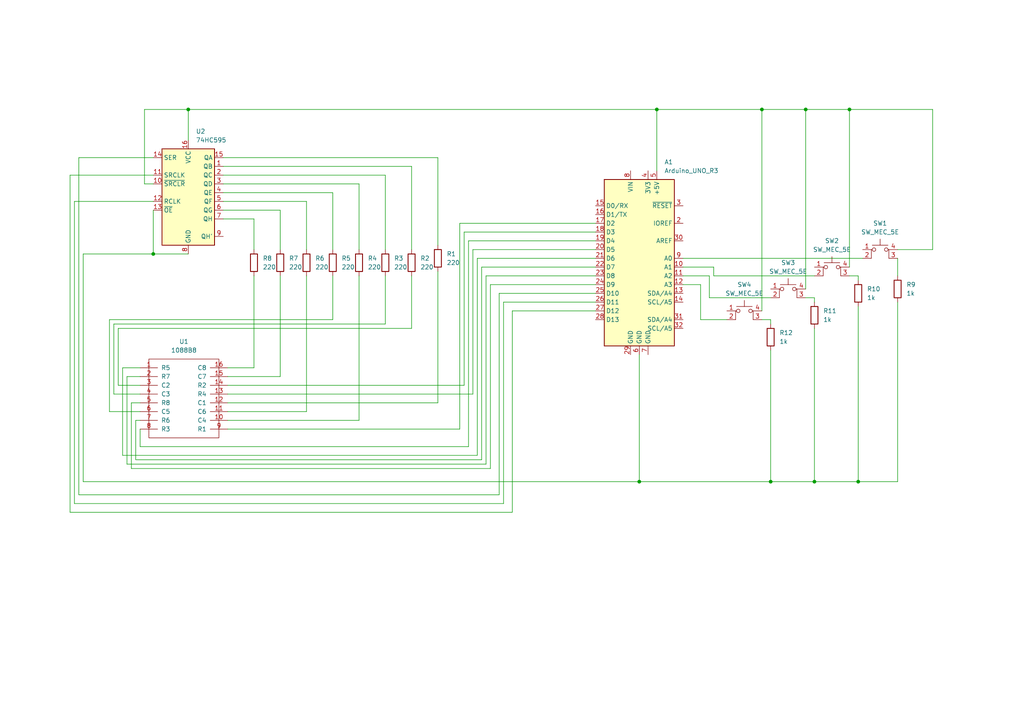
<source format=kicad_sch>
(kicad_sch (version 20230121) (generator eeschema)
  (paper "A4")
  (lib_symbols
    (symbol "74xx:74HC595"
      (property "Reference" "U" (at -7.62 13.97 0))
      (property "Value" "74HC595" (at -7.62 -16.51 0))
      (symbol "74HC595_1_0"
        (pin tri_state line (at 10.16 7.62 180) (length 2.54) (name "QB") (number "1"))
        (pin input line (at -10.16 2.54 0) (length 2.54) (name "~{SRCLR}") (number "10"))
        (pin input line (at -10.16 5.08 0) (length 2.54) (name "SRCLK") (number "11"))
        (pin input line (at -10.16 -2.54 0) (length 2.54) (name "RCLK") (number "12"))
        (pin input line (at -10.16 -5.08 0) (length 2.54) (name "~{OE}") (number "13"))
        (pin input line (at -10.16 10.16 0) (length 2.54) (name "SER") (number "14"))
        (pin tri_state line (at 10.16 10.16 180) (length 2.54) (name "QA") (number "15"))
        (pin power_in line (at 0 15.24 270) (length 2.54) (name "VCC") (number "16"))
        (pin tri_state line (at 10.16 5.08 180) (length 2.54) (name "QC") (number "2"))
        (pin tri_state line (at 10.16 2.54 180) (length 2.54) (name "QD") (number "3"))
        (pin tri_state line (at 10.16 0 180) (length 2.54) (name "QE") (number "4"))
        (pin tri_state line (at 10.16 -2.54 180) (length 2.54) (name "QF") (number "5"))
        (pin tri_state line (at 10.16 -5.08 180) (length 2.54) (name "QG") (number "6"))
        (pin tri_state line (at 10.16 -7.62 180) (length 2.54) (name "QH") (number "7"))
        (pin power_in line (at 0 -17.78 90) (length 2.54) (name "GND") (number "8"))
        (pin output line (at 10.16 -12.7 180) (length 2.54) (name "QH'") (number "9"))
      )
      (symbol "74HC595_1_1"
        (rectangle (start -7.62 12.7) (end 7.62 -15.24) (stroke (width 0.254)) (fill (type background)))
      )
    )
    (symbol "8x8 LED Matrix:1088B8" (pin_names (offset 1.016))
      (property "Reference" "U" (at 0 22.86 0))
      (property "Value" "1088B8" (at 0 -2.54 0))
      (symbol "1088B8_0_1"
        (rectangle (start -10.16 -2.54) (end 10.16 20.32))
      )
      (symbol "1088B8_1_1"
        (pin passive line (at -12.7 17.78 0) (length 5.08) (name "R5") (number "1"))
        (pin passive line (at 12.7 2.54 180) (length 5.08) (name "C4") (number "10"))
        (pin passive line (at 12.7 5.08 180) (length 5.08) (name "C6") (number "11"))
        (pin passive line (at 12.7 7.62 180) (length 5.08) (name "C1") (number "12"))
        (pin passive line (at 12.7 10.16 180) (length 5.08) (name "R4") (number "13"))
        (pin passive line (at 12.7 12.7 180) (length 5.08) (name "R2") (number "14"))
        (pin passive line (at 12.7 15.24 180) (length 5.08) (name "C7") (number "15"))
        (pin passive line (at 12.7 17.78 180) (length 5.08) (name "C8") (number "16"))
        (pin passive line (at -12.7 15.24 0) (length 5.08) (name "R7") (number "2"))
        (pin passive line (at -12.7 12.7 0) (length 5.08) (name "C2") (number "3"))
        (pin passive line (at -12.7 10.16 0) (length 5.08) (name "C3") (number "4"))
        (pin passive line (at -12.7 7.62 0) (length 5.08) (name "R8") (number "5"))
        (pin passive line (at -12.7 5.08 0) (length 5.08) (name "C5") (number "6"))
        (pin passive line (at -12.7 2.54 0) (length 5.08) (name "R6") (number "7"))
        (pin passive line (at -12.7 0 0) (length 5.08) (name "R3") (number "8"))
        (pin passive line (at 12.7 0 180) (length 5.08) (name "R1") (number "9"))
      )
    )
    (symbol "Device:R" (pin_numbers hide) (pin_names (offset 0))
      (property "Reference" "R" (at 2.032 0 90))
      (property "Value" "R" (at 0 0 90))
      (symbol "R_0_1"
        (rectangle (start -1.016 -2.54) (end 1.016 2.54) (stroke (width 0.254)))
      )
      (symbol "R_1_1"
        (pin passive line (at 0 3.81 270) (length 1.27) (name "~") (number "1"))
        (pin passive line (at 0 -3.81 90) (length 1.27) (name "~") (number "2"))
      )
    )
    (symbol "MCU_Module:Arduino_UNO_R3"
      (property "Reference" "A" (at -10.16 23.495 0))
      (property "Value" "Arduino_UNO_R3" (at 5.08 -26.67 0))
      (symbol "Arduino_UNO_R3_0_1"
        (rectangle (start -10.16 22.86) (end 10.16 -25.4) (stroke (width 0.254)) (fill (type background)))
      )
      (symbol "Arduino_UNO_R3_1_1"
        (pin no_connect line (at -10.16 -20.32 0) (length 2.54) hide (name "NC") (number "1"))
        (pin bidirectional line (at 12.7 -2.54 180) (length 2.54) (name "A1") (number "10"))
        (pin bidirectional line (at 12.7 -5.08 180) (length 2.54) (name "A2") (number "11"))
        (pin bidirectional line (at 12.7 -7.62 180) (length 2.54) (name "A3") (number "12"))
        (pin bidirectional line (at 12.7 -10.16 180) (length 2.54) (name "SDA/A4") (number "13"))
        (pin bidirectional line (at 12.7 -12.7 180) (length 2.54) (name "SCL/A5") (number "14"))
        (pin bidirectional line (at -12.7 15.24 0) (length 2.54) (name "D0/RX") (number "15"))
        (pin bidirectional line (at -12.7 12.7 0) (length 2.54) (name "D1/TX") (number "16"))
        (pin bidirectional line (at -12.7 10.16 0) (length 2.54) (name "D2") (number "17"))
        (pin bidirectional line (at -12.7 7.62 0) (length 2.54) (name "D3") (number "18"))
        (pin bidirectional line (at -12.7 5.08 0) (length 2.54) (name "D4") (number "19"))
        (pin output line (at 12.7 10.16 180) (length 2.54) (name "IOREF") (number "2"))
        (pin bidirectional line (at -12.7 2.54 0) (length 2.54) (name "D5") (number "20"))
        (pin bidirectional line (at -12.7 0 0) (length 2.54) (name "D6") (number "21"))
        (pin bidirectional line (at -12.7 -2.54 0) (length 2.54) (name "D7") (number "22"))
        (pin bidirectional line (at -12.7 -5.08 0) (length 2.54) (name "D8") (number "23"))
        (pin bidirectional line (at -12.7 -7.62 0) (length 2.54) (name "D9") (number "24"))
        (pin bidirectional line (at -12.7 -10.16 0) (length 2.54) (name "D10") (number "25"))
        (pin bidirectional line (at -12.7 -12.7 0) (length 2.54) (name "D11") (number "26"))
        (pin bidirectional line (at -12.7 -15.24 0) (length 2.54) (name "D12") (number "27"))
        (pin bidirectional line (at -12.7 -17.78 0) (length 2.54) (name "D13") (number "28"))
        (pin power_in line (at -2.54 -27.94 90) (length 2.54) (name "GND") (number "29"))
        (pin input line (at 12.7 15.24 180) (length 2.54) (name "~{RESET}") (number "3"))
        (pin input line (at 12.7 5.08 180) (length 2.54) (name "AREF") (number "30"))
        (pin bidirectional line (at 12.7 -17.78 180) (length 2.54) (name "SDA/A4") (number "31"))
        (pin bidirectional line (at 12.7 -20.32 180) (length 2.54) (name "SCL/A5") (number "32"))
        (pin power_out line (at 2.54 25.4 270) (length 2.54) (name "3V3") (number "4"))
        (pin power_out line (at 5.08 25.4 270) (length 2.54) (name "+5V") (number "5"))
        (pin power_in line (at 0 -27.94 90) (length 2.54) (name "GND") (number "6"))
        (pin power_in line (at 2.54 -27.94 90) (length 2.54) (name "GND") (number "7"))
        (pin power_in line (at -2.54 25.4 270) (length 2.54) (name "VIN") (number "8"))
        (pin bidirectional line (at 12.7 0 180) (length 2.54) (name "A0") (number "9"))
      )
    )
    (symbol "Switch:SW_MEC_5E" (pin_names (offset 1.016) hide)
      (property "Reference" "SW" (at 0.635 5.715 0))
      (property "Value" "SW_MEC_5E" (at 0 -3.175 0))
      (symbol "SW_MEC_5E_0_1"
        (circle (center -1.778 2.54) (radius 0.508))
        (polyline (pts (xy -2.286 3.81) (xy 2.286 3.81)))
        (polyline (pts (xy 0 3.81) (xy 0 5.588)))
        (polyline (pts (xy -2.54 0) (xy -2.54 2.54) (xy -2.286 2.54)))
        (polyline (pts (xy 2.54 0) (xy 2.54 2.54) (xy 2.286 2.54)))
        (circle (center 1.778 2.54) (radius 0.508))
        (pin passive line (at -5.08 2.54 0) (length 2.54) (name "1") (number "1"))
        (pin passive line (at -5.08 0 0) (length 2.54) (name "2") (number "2"))
        (pin passive line (at 5.08 0 180) (length 2.54) (name "K") (number "3"))
        (pin passive line (at 5.08 2.54 180) (length 2.54) (name "A") (number "4"))
      )
    )
  )
  (junction (at 185.42 139.7))
  (junction (at 190.5 31.75))
  (junction (at 248.92 139.7))
  (junction (at 233.68 31.75))
  (junction (at 54.61 31.75))
  (junction (at 44.45 73.66))
  (junction (at 236.22 139.7))
  (junction (at 246.38 31.75))
  (junction (at 220.98 31.75))
  (junction (at 223.52 139.7))
  (wire (pts (xy 190.5 49.53) (xy 190.5 31.75)))
  (wire (pts (xy 20.32 50.8) (xy 20.32 148.59)))
  (wire (pts (xy 40.64 119.38) (xy 31.75 119.38)))
  (wire (pts (xy 146.05 146.05) (xy 146.05 87.63)))
  (wire (pts (xy 248.92 139.7) (xy 236.22 139.7)))
  (wire (pts (xy 233.68 31.75) (xy 233.68 83.82)))
  (wire (pts (xy 44.45 50.8) (xy 20.32 50.8)))
  (wire (pts (xy 144.78 143.51) (xy 144.78 85.09)))
  (wire (pts (xy 81.28 60.96) (xy 64.77 60.96)))
  (wire (pts (xy 40.64 109.22) (xy 36.83 109.22)))
  (wire (pts (xy 44.45 53.34) (xy 41.91 53.34)))
  (wire (pts (xy 66.04 121.92) (xy 104.14 121.92)))
  (wire (pts (xy 41.91 31.75) (xy 54.61 31.75)))
  (wire (pts (xy 223.52 101.6) (xy 223.52 139.7)))
  (wire (pts (xy 185.42 139.7) (xy 185.42 102.87)))
  (wire (pts (xy 96.52 55.88) (xy 64.77 55.88)))
  (wire (pts (xy 198.12 74.93) (xy 250.19 74.93)))
  (wire (pts (xy 64.77 45.72) (xy 127 45.72)))
  (wire (pts (xy 33.02 93.98) (xy 111.76 93.98)))
  (wire (pts (xy 88.9 58.42) (xy 64.77 58.42)))
  (wire (pts (xy 260.35 80.01) (xy 260.35 74.93)))
  (wire (pts (xy 135.89 129.54) (xy 135.89 69.85)))
  (wire (pts (xy 73.66 63.5) (xy 64.77 63.5)))
  (wire (pts (xy 139.7 133.35) (xy 139.7 77.47)))
  (wire (pts (xy 66.04 119.38) (xy 88.9 119.38)))
  (wire (pts (xy 66.04 124.46) (xy 133.35 124.46)))
  (wire (pts (xy 22.86 45.72) (xy 22.86 143.51)))
  (wire (pts (xy 236.22 86.36) (xy 236.22 87.63)))
  (wire (pts (xy 260.35 139.7) (xy 248.92 139.7)))
  (wire (pts (xy 73.66 72.39) (xy 73.66 63.5)))
  (wire (pts (xy 233.68 86.36) (xy 236.22 86.36)))
  (wire (pts (xy 223.52 139.7) (xy 185.42 139.7)))
  (wire (pts (xy 148.59 148.59) (xy 148.59 90.17)))
  (wire (pts (xy 260.35 87.63) (xy 260.35 139.7)))
  (wire (pts (xy 246.38 31.75) (xy 233.68 31.75)))
  (wire (pts (xy 236.22 80.01) (xy 207.01 80.01)))
  (wire (pts (xy 133.35 124.46) (xy 133.35 64.77)))
  (wire (pts (xy 205.74 80.01) (xy 198.12 80.01)))
  (wire (pts (xy 137.16 72.39) (xy 172.72 72.39)))
  (wire (pts (xy 36.83 134.62) (xy 140.97 134.62)))
  (wire (pts (xy 223.52 92.71) (xy 223.52 93.98)))
  (wire (pts (xy 139.7 77.47) (xy 172.72 77.47)))
  (wire (pts (xy 133.35 64.77) (xy 172.72 64.77)))
  (wire (pts (xy 73.66 106.68) (xy 73.66 80.01)))
  (wire (pts (xy 41.91 53.34) (xy 41.91 31.75)))
  (wire (pts (xy 210.82 92.71) (xy 203.2 92.71)))
  (wire (pts (xy 36.83 109.22) (xy 36.83 134.62)))
  (wire (pts (xy 39.37 121.92) (xy 39.37 133.35)))
  (wire (pts (xy 146.05 87.63) (xy 172.72 87.63)))
  (wire (pts (xy 21.59 146.05) (xy 146.05 146.05)))
  (wire (pts (xy 88.9 72.39) (xy 88.9 58.42)))
  (wire (pts (xy 39.37 133.35) (xy 139.7 133.35)))
  (wire (pts (xy 138.43 74.93) (xy 172.72 74.93)))
  (wire (pts (xy 104.14 53.34) (xy 64.77 53.34)))
  (wire (pts (xy 220.98 31.75) (xy 220.98 90.17)))
  (wire (pts (xy 104.14 72.39) (xy 104.14 53.34)))
  (wire (pts (xy 34.29 95.25) (xy 119.38 95.25)))
  (wire (pts (xy 44.45 60.96) (xy 44.45 73.66)))
  (wire (pts (xy 144.78 85.09) (xy 172.72 85.09)))
  (wire (pts (xy 22.86 143.51) (xy 144.78 143.51)))
  (wire (pts (xy 207.01 80.01) (xy 207.01 77.47)))
  (wire (pts (xy 40.64 129.54) (xy 135.89 129.54)))
  (wire (pts (xy 119.38 72.39) (xy 119.38 48.26)))
  (wire (pts (xy 236.22 139.7) (xy 223.52 139.7)))
  (wire (pts (xy 96.52 72.39) (xy 96.52 55.88)))
  (wire (pts (xy 220.98 31.75) (xy 190.5 31.75)))
  (wire (pts (xy 205.74 86.36) (xy 205.74 80.01)))
  (wire (pts (xy 40.64 121.92) (xy 39.37 121.92)))
  (wire (pts (xy 260.35 72.39) (xy 270.51 72.39)))
  (wire (pts (xy 54.61 73.66) (xy 44.45 73.66)))
  (wire (pts (xy 40.64 114.3) (xy 33.02 114.3)))
  (wire (pts (xy 24.13 73.66) (xy 24.13 139.7)))
  (wire (pts (xy 142.24 135.89) (xy 142.24 82.55)))
  (wire (pts (xy 44.45 73.66) (xy 24.13 73.66)))
  (wire (pts (xy 111.76 93.98) (xy 111.76 80.01)))
  (wire (pts (xy 40.64 111.76) (xy 34.29 111.76)))
  (wire (pts (xy 35.56 132.08) (xy 138.43 132.08)))
  (wire (pts (xy 246.38 31.75) (xy 246.38 77.47)))
  (wire (pts (xy 81.28 72.39) (xy 81.28 60.96)))
  (wire (pts (xy 66.04 111.76) (xy 134.62 111.76)))
  (wire (pts (xy 248.92 80.01) (xy 248.92 81.28)))
  (wire (pts (xy 21.59 58.42) (xy 21.59 146.05)))
  (wire (pts (xy 81.28 109.22) (xy 81.28 80.01)))
  (wire (pts (xy 140.97 80.01) (xy 172.72 80.01)))
  (wire (pts (xy 134.62 111.76) (xy 134.62 67.31)))
  (wire (pts (xy 127 116.84) (xy 127 78.74)))
  (wire (pts (xy 31.75 119.38) (xy 31.75 92.71)))
  (wire (pts (xy 207.01 77.47) (xy 198.12 77.47)))
  (wire (pts (xy 134.62 67.31) (xy 172.72 67.31)))
  (wire (pts (xy 223.52 86.36) (xy 205.74 86.36)))
  (wire (pts (xy 140.97 134.62) (xy 140.97 80.01)))
  (wire (pts (xy 190.5 31.75) (xy 54.61 31.75)))
  (wire (pts (xy 111.76 50.8) (xy 64.77 50.8)))
  (wire (pts (xy 38.1 116.84) (xy 38.1 135.89)))
  (wire (pts (xy 40.64 116.84) (xy 38.1 116.84)))
  (wire (pts (xy 119.38 48.26) (xy 64.77 48.26)))
  (wire (pts (xy 20.32 148.59) (xy 148.59 148.59)))
  (wire (pts (xy 66.04 109.22) (xy 81.28 109.22)))
  (wire (pts (xy 31.75 92.71) (xy 96.52 92.71)))
  (wire (pts (xy 96.52 92.71) (xy 96.52 80.01)))
  (wire (pts (xy 236.22 95.25) (xy 236.22 139.7)))
  (wire (pts (xy 233.68 31.75) (xy 220.98 31.75)))
  (wire (pts (xy 88.9 119.38) (xy 88.9 80.01)))
  (wire (pts (xy 44.45 45.72) (xy 22.86 45.72)))
  (wire (pts (xy 135.89 69.85) (xy 172.72 69.85)))
  (wire (pts (xy 203.2 92.71) (xy 203.2 82.55)))
  (wire (pts (xy 270.51 31.75) (xy 246.38 31.75)))
  (wire (pts (xy 203.2 82.55) (xy 198.12 82.55)))
  (wire (pts (xy 148.59 90.17) (xy 172.72 90.17)))
  (wire (pts (xy 111.76 72.39) (xy 111.76 50.8)))
  (wire (pts (xy 66.04 114.3) (xy 137.16 114.3)))
  (wire (pts (xy 40.64 106.68) (xy 35.56 106.68)))
  (wire (pts (xy 44.45 58.42) (xy 21.59 58.42)))
  (wire (pts (xy 35.56 106.68) (xy 35.56 132.08)))
  (wire (pts (xy 119.38 95.25) (xy 119.38 80.01)))
  (wire (pts (xy 54.61 31.75) (xy 54.61 40.64)))
  (wire (pts (xy 142.24 82.55) (xy 172.72 82.55)))
  (wire (pts (xy 104.14 121.92) (xy 104.14 80.01)))
  (wire (pts (xy 270.51 72.39) (xy 270.51 31.75)))
  (wire (pts (xy 127 45.72) (xy 127 71.12)))
  (wire (pts (xy 34.29 111.76) (xy 34.29 95.25)))
  (wire (pts (xy 137.16 114.3) (xy 137.16 72.39)))
  (wire (pts (xy 24.13 139.7) (xy 185.42 139.7)))
  (wire (pts (xy 66.04 106.68) (xy 73.66 106.68)))
  (wire (pts (xy 33.02 114.3) (xy 33.02 93.98)))
  (wire (pts (xy 40.64 124.46) (xy 40.64 129.54)))
  (wire (pts (xy 38.1 135.89) (xy 142.24 135.89)))
  (wire (pts (xy 246.38 80.01) (xy 248.92 80.01)))
  (wire (pts (xy 138.43 132.08) (xy 138.43 74.93)))
  (wire (pts (xy 220.98 92.71) (xy 223.52 92.71)))
  (wire (pts (xy 66.04 116.84) (xy 127 116.84)))
  (wire (pts (xy 248.92 88.9) (xy 248.92 139.7)))
  (symbol (lib_id "Device:R") (at 127 74.93 0) (unit 1)
    (property "Reference" "R1" (at 129.54 73.66 0) (effects (justify left)))
    (property "Value" "220" (at 129.54 76.2 0) (effects (justify left)))
  )
  (symbol (lib_id "Device:R") (at 73.66 76.2 0) (unit 1)
    (property "Reference" "R8" (at 76.2 74.93 0) (effects (justify left)))
    (property "Value" "220" (at 76.2 77.47 0) (effects (justify left)))
  )
  (symbol (lib_id "Device:R") (at 236.22 91.44 0) (unit 1)
    (property "Reference" "R11" (at 238.76 90.17 0) (effects (justify left)))
    (property "Value" "1k" (at 238.76 92.71 0) (effects (justify left)))
  )
  (symbol (lib_id "Device:R") (at 81.28 76.2 0) (unit 1)
    (property "Reference" "R7" (at 83.82 74.93 0) (effects (justify left)))
    (property "Value" "220" (at 83.82 77.47 0) (effects (justify left)))
  )
  (symbol (lib_id "74xx:74HC595") (at 54.61 55.88 0) (unit 1)
    (property "Reference" "U2" (at 56.8041 38.1 0) (effects (justify left)))
    (property "Value" "74HC595" (at 56.8041 40.64 0) (effects (justify left)))
    (property "Datasheet" "http://www.ti.com/lit/ds/symlink/sn74hc595.pdf" (effects hide))
  )
  (symbol (lib_id "Device:R") (at 260.35 83.82 0) (unit 1)
    (property "Reference" "R9" (at 262.89 82.55 0) (effects (justify left)))
    (property "Value" "1k" (at 262.89 85.09 0) (effects (justify left)))
  )
  (symbol (lib_id "Device:R") (at 119.38 76.2 0) (unit 1)
    (property "Reference" "R2" (at 121.92 74.93 0) (effects (justify left)))
    (property "Value" "220" (at 121.92 77.47 0) (effects (justify left)))
  )
  (symbol (lib_id "Switch:SW_MEC_5E") (at 255.27 74.93 0) (unit 1)
    (property "Reference" "SW1" (at 255.27 64.77 0))
    (property "Value" "SW_MEC_5E" (at 255.27 67.31 0))
    (property "Datasheet" "http://www.apem.com/int/index.php?controller=attachment&id_attachment=1371" (effects hide))
  )
  (symbol (lib_id "Switch:SW_MEC_5E") (at 228.6 86.36 0) (unit 1)
    (property "Reference" "SW3" (at 228.6 76.2 0))
    (property "Value" "SW_MEC_5E" (at 228.6 78.74 0))
    (property "Datasheet" "http://www.apem.com/int/index.php?controller=attachment&id_attachment=1371" (effects hide))
  )
  (symbol (lib_id "8x8 LED Matrix:1088B8") (at 53.34 124.46 0) (unit 1)
    (property "Reference" "U1" (at 53.34 99.06 0))
    (property "Value" "1088B8" (at 53.34 101.6 0))
  )
  (symbol (lib_id "Device:R") (at 248.92 85.09 0) (unit 1)
    (property "Reference" "R10" (at 251.46 83.82 0) (effects (justify left)))
    (property "Value" "1k" (at 251.46 86.36 0) (effects (justify left)))
  )
  (symbol (lib_id "Device:R") (at 88.9 76.2 0) (unit 1)
    (property "Reference" "R6" (at 91.44 74.93 0) (effects (justify left)))
    (property "Value" "220" (at 91.44 77.47 0) (effects (justify left)))
  )
  (symbol (lib_id "Device:R") (at 111.76 76.2 0) (unit 1)
    (property "Reference" "R3" (at 114.3 74.93 0) (effects (justify left)))
    (property "Value" "220" (at 114.3 77.47 0) (effects (justify left)))
  )
  (symbol (lib_id "MCU_Module:Arduino_UNO_R3") (at 185.42 74.93 0) (unit 1)
    (property "Reference" "A1" (at 192.6941 46.99 0) (effects (justify left)))
    (property "Value" "Arduino_UNO_R3" (at 192.6941 49.53 0) (effects (justify left)))
    (property "Footprint" "Module:Arduino_UNO_R3" (effects hide))
    (property "Datasheet" "https://www.arduino.cc/en/Main/arduinoBoardUno" (effects hide))
  )
  (symbol (lib_id "Device:R") (at 96.52 76.2 0) (unit 1)
    (property "Reference" "R5" (at 99.06 74.93 0) (effects (justify left)))
    (property "Value" "220" (at 99.06 77.47 0) (effects (justify left)))
  )
  (symbol (lib_id "Switch:SW_MEC_5E") (at 241.3 80.01 0) (unit 1)
    (property "Reference" "SW2" (at 241.3 69.85 0))
    (property "Value" "SW_MEC_5E" (at 241.3 72.39 0))
    (property "Datasheet" "http://www.apem.com/int/index.php?controller=attachment&id_attachment=1371" (effects hide))
  )
  (symbol (lib_id "Device:R") (at 104.14 76.2 0) (unit 1)
    (property "Reference" "R4" (at 106.68 74.93 0) (effects (justify left)))
    (property "Value" "220" (at 106.68 77.47 0) (effects (justify left)))
  )
  (symbol (lib_id "Device:R") (at 223.52 97.79 0) (unit 1)
    (property "Reference" "R12" (at 226.06 96.52 0) (effects (justify left)))
    (property "Value" "1k" (at 226.06 99.06 0) (effects (justify left)))
  )
  (symbol (lib_id "Switch:SW_MEC_5E") (at 215.9 92.71 0) (unit 1)
    (property "Reference" "SW4" (at 215.9 82.55 0))
    (property "Value" "SW_MEC_5E" (at 215.9 85.09 0))
    (property "Datasheet" "http://www.apem.com/int/index.php?controller=attachment&id_attachment=1371" (effects hide))
  )
)
</source>
